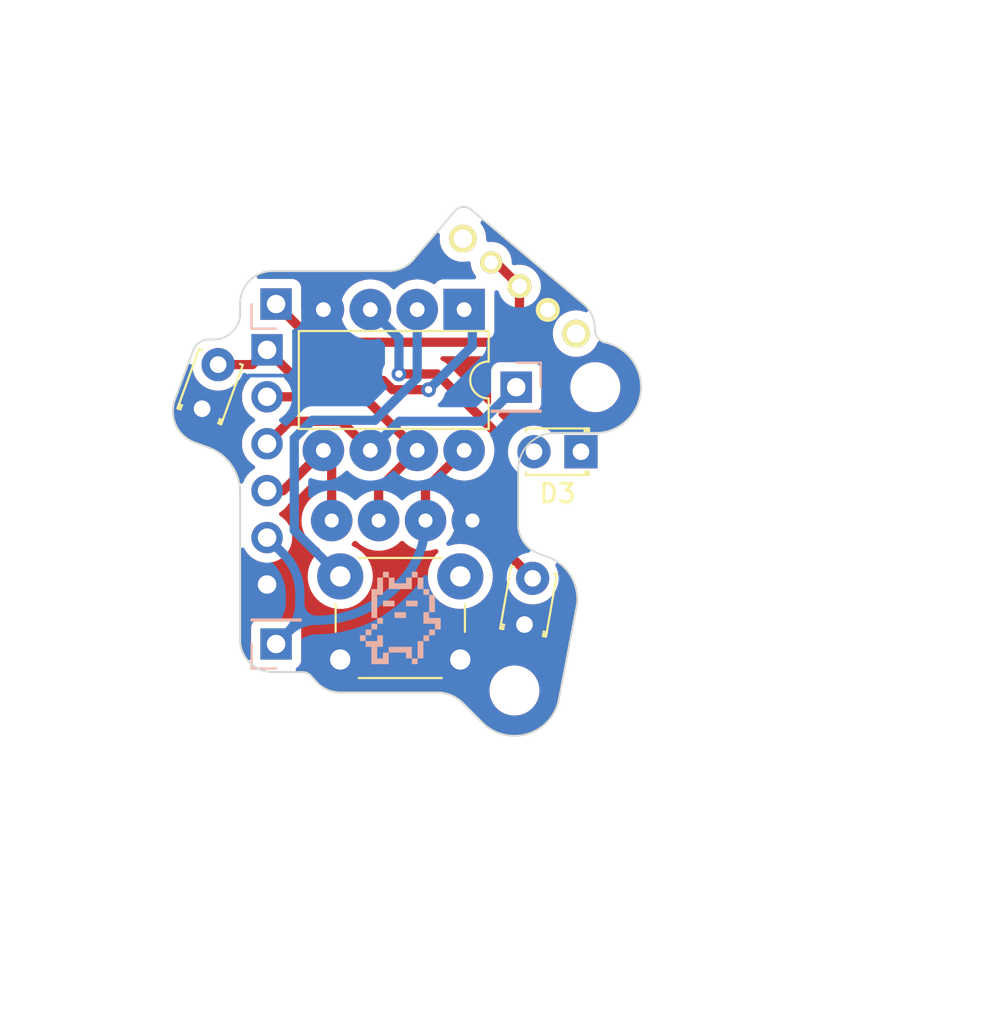
<source format=kicad_pcb>
(kicad_pcb (version 20240108) (generator "pcbnew") (generator_version "8.0")
  (layers (0 "F.Cu" signal) (31 "B.Cu" signal) (34 "B.Paste" user) (35 "F.Paste" user) (36 "B.SilkS" user "B.Silkscreen") (37 "F.SilkS" user "F.Silkscreen") (38 "B.Mask" user) (39 "F.Mask" user) (44 "Edge.Cuts" user))
  (net 0 "")
  (net 1 "GND")
  (net 2 "ISP RESET")
  (net 3 "ISP SCK")
  (net 4 "ISP MISO")
  (net 5 "ISP MOSI")
  (net 6 "BUTTON")
  (net 7 "VCC")
  (net 8 "LED")
  (net 9 "Net-(J3-Pin_1)")
  (footprint "Package_DIP:DIP-8_W7.62mm" (layer "F.Cu") (at 39.175 51.983079 -90)
    (property "Reference" "U1" (hide yes))
    (property "Value" "ATtiny85V-10P")
    (fp_line (start 1.16 8.95) (end 6.46 8.95) (stroke (width 0.12)) (layer "F.SilkS"))
    (fp_line (start 6.46 8.95) (end 6.46 -1.33) (stroke (width 0.12)) (layer "F.SilkS"))
    (fp_line (start 1.16 -1.33) (end 1.16 8.95) (stroke (width 0.12)) (layer "F.SilkS"))
    (fp_line (start 2.81 -1.33) (end 1.16 -1.33) (stroke (width 0.12)) (layer "F.SilkS"))
    (fp_line (start 6.46 -1.33) (end 4.81 -1.33) (stroke (width 0.12)) (layer "F.SilkS"))
    (fp_arc (start 4.81 -1.33) (mid 3.81 -0.33) (end 2.81 -1.33) (stroke (width 0.12)) (layer "F.SilkS"))
    (pad "1" thru_hole rect (at 0 0 270) (size 2.25 2.25) (drill 0.8) (layers "*.Cu" "*.Mask") (net 2 "ISP RESET"))
    (pad "2" thru_hole circle (at 0 2.54 270) (size 2.25 2.25) (drill 0.8) (layers "*.Cu" "*.Mask") (net 6 "BUTTON"))
    (pad "3" thru_hole circle (at 0 5.08 270) (size 2.25 2.25) (drill 0.8) (layers "*.Cu" "*.Mask") (net 8 "LED"))
    (pad "4" thru_hole circle (at 0 7.62 270) (size 2.25 2.25) (drill 0.8) (layers "*.Cu" "*.Mask") (net 1 "GND"))
    (pad "5" thru_hole circle (at 7.62 7.62 270) (size 2.25 2.25) (drill 0.8) (layers "*.Cu" "*.Mask") (net 5 "ISP MOSI"))
    (pad "6" thru_hole circle (at 7.62 5.08 270) (size 2.25 2.25) (drill 0.8) (layers "*.Cu" "*.Mask") (net 4 "ISP MISO"))
    (pad "7" thru_hole circle (at 7.62 2.54 270) (size 2.25 2.25) (drill 0.8) (layers "*.Cu" "*.Mask") (net 3 "ISP SCK"))
    (pad "8" thru_hole circle (at 7.62 0 270) (size 2.25 2.25) (drill 0.8) (layers "*.Cu" "*.Mask") (net 7 "VCC"))
  )
  (footprint "MountingHole:MountingHole_2.2mm_M2" (layer "F.Cu") (at 41.9 72.6)
    (property "Reference" "H2" (hide yes))
    (property "Value" "MountingHole" (hide yes))
    (pad "" np_thru_hole circle (at 0 0) (size 2.2 2.2) (drill 2.2) (layers "*.Cu" "*.Mask"))
  )
  (footprint "MountingHole:MountingHole_2.2mm_M2" (layer "F.Cu") (at 46.277036 56.183079)
    (property "Reference" "H1" (hide yes))
    (property "Value" "MountingHole" (hide yes))
    (pad "" np_thru_hole circle (at 0 0) (size 2.2 2.2) (drill 2.2) (layers "*.Cu" "*.Mask"))
  )
  (footprint "1825232-1:18252321" (layer "F.Cu") (at 43.704199 51.996982 140)
    (property "Reference" "SW2")
    (property "Value" "SW_Push" (hide yes))
    (pad "1" thru_hole circle (at 0 0 230) (size 1.3 1.3) (drill 0.8) (layers "*.Cu" "*.Mask" "F.SilkS") (net 1 "GND"))
    (pad "2" thru_hole circle (at 2 0 230) (size 1.3 1.3) (drill 0.8) (layers "*.Cu" "*.Mask" "F.SilkS") (net 9 "Net-(J3-Pin_1)"))
    (pad "2" thru_hole circle (at 4 0 230) (size 1.2 1.2) (drill 0.75) (layers "*.Cu" "*.Mask" "F.SilkS") (net 9 "Net-(J3-Pin_1)"))
    (pad "MH1" thru_hole circle (at -2 0 230) (size 1.5 1.5) (drill 1) (layers "*.Cu" "*.Mask" "F.SilkS"))
    (pad "MH2" thru_hole circle (at 6 0 230) (size 1.5 1.5) (drill 1) (layers "*.Cu" "*.Mask" "F.SilkS"))
  )
  (footprint "Button_Switch_THT:SW_PUSH_6mm" (layer "F.Cu") (at 38.968713 70.923675 180)
    (property "Reference" "SW1" (hide yes))
    (property "Value" "Main Button")
    (fp_line (start 6.75 3) (end 6.75 1.5) (stroke (width 0.12)) (layer "F.SilkS"))
    (fp_line (start 5.5 -1) (end 1 -1) (stroke (width 0.12)) (layer "F.SilkS"))
    (fp_line (start 1 5.5) (end 5.5 5.5) (stroke (width 0.12)) (layer "F.SilkS"))
    (fp_line (start -0.25 1.5) (end -0.25 3) (stroke (width 0.12)) (layer "F.SilkS"))
    (pad "1" thru_hole circle (at 0 0 270) (size 2.5 2.5) (drill 1.1) (layers "*.Cu" "*.Mask") (net 1 "GND"))
    (pad "1" thru_hole circle (at 6.5 0 270) (size 2.5 2.5) (drill 1.1) (layers "*.Cu" "*.Mask") (net 1 "GND"))
    (pad "2" thru_hole circle (at 0 4.5 270) (size 2.5 2.5) (drill 1.1) (layers "*.Cu" "*.Mask") (net 6 "BUTTON"))
    (pad "2" thru_hole circle (at 6.5 4.5 270) (size 2.5 2.5) (drill 1.1) (layers "*.Cu" "*.Mask") (net 6 "BUTTON"))
  )
  (footprint "LED_THT:LED_D1.8mm_W3.3mm_H2.4mm" (layer "F.Cu") (at 24.988925 57.348109 70)
    (property "Reference" "D2" (hide yes))
    (property "Value" "LED")
    (fp_line (start -0.439999 -1.26) (end -0.44 -1.079999) (stroke (width 0.12)) (layer "F.SilkS"))
    (fp_line (start -0.439999 -1.26) (end 2.98 -1.26) (stroke (width 0.12)) (layer "F.SilkS"))
    (fp_line (start -0.320001 -1.26) (end -0.32 -1.08) (stroke (width 0.12)) (layer "F.SilkS"))
    (fp_line (start -0.2 -1.259999) (end -0.2 -1.08) (stroke (width 0.12)) (layer "F.SilkS"))
    (fp_line (start 2.98 -1.26) (end 2.98 -1.095) (stroke (width 0.12)) (layer "F.SilkS"))
    (fp_line (start -0.439999 1.080001) (end -0.44 1.26) (stroke (width 0.12)) (layer "F.SilkS"))
    (fp_line (start -0.319999 1.08) (end -0.32 1.26) (stroke (width 0.12)) (layer "F.SilkS"))
    (fp_line (start -0.200001 1.08) (end -0.2 1.26) (stroke (width 0.12)) (layer "F.SilkS"))
    (fp_line (start -0.44 1.26) (end 2.98 1.26) (stroke (width 0.12)) (layer "F.SilkS"))
    (fp_line (start 2.98 1.095) (end 2.98 1.26) (stroke (width 0.12)) (layer "F.SilkS"))
    (pad "1" thru_hole rect (at 0 0 70) (size 1.8 1.8) (drill 0.9) (layers "*.Cu" "*.Mask") (net 1 "GND"))
    (pad "2" thru_hole circle (at 2.54 0.000001 70) (size 1.8 1.8) (drill 0.9) (layers "*.Cu" "*.Mask") (net 2 "ISP RESET"))
  )
  (footprint "Stepchild:Tiny OLED module" (layer "F.Cu") (at 35.815 63.4 180)
    (property "Reference" "U2" (hide yes))
    (property "Value" "OLED" (hide yes))
    (pad "1" thru_hole circle (at -3.81 0 180) (size 2.25 2.25) (drill 0.762) (layers "*.Cu" "*.Mask") (net 1 "GND"))
    (pad "2" thru_hole circle (at -1.27 0 180) (size 2.25 2.25) (drill 0.762) (layers "*.Cu" "*.Mask") (net 7 "VCC"))
    (pad "3" thru_hole circle (at 1.27 0 180) (size 2.25 2.25) (drill 0.762) (layers "*.Cu" "*.Mask") (net 3 "ISP SCK"))
    (pad "4" thru_hole circle (at 3.81 0 180) (size 2.25 2.25) (drill 0.762) (layers "*.Cu" "*.Mask") (net 5 "ISP MOSI"))
  )
  (footprint "LED_THT:LED_D1.8mm_W3.3mm_H2.4mm" (layer "F.Cu") (at 45.5 59.675 180)
    (property "Reference" "D3" (at 1.27 -2.26 180) (layer "F.SilkS"))
    (property "Value" "LED")
    (fp_line (start 2.98 1.095) (end 2.98 1.26) (stroke (width 0.12)) (layer "F.SilkS"))
    (fp_line (start 2.98 -1.26) (end 2.98 -1.095) (stroke (width 0.12)) (layer "F.SilkS"))
    (fp_line (start -0.2 1.08) (end -0.2 1.26) (stroke (width 0.12)) (layer "F.SilkS"))
    (fp_line (start -0.2 -1.26) (end -0.2 -1.08) (stroke (width 0.12)) (layer "F.SilkS"))
    (fp_line (start -0.32 1.08) (end -0.32 1.26) (stroke (width 0.12)) (layer "F.SilkS"))
    (fp_line (start -0.32 -1.26) (end -0.32 -1.08) (stroke (width 0.12)) (layer "F.SilkS"))
    (fp_line (start -0.44 1.26) (end 2.98 1.26) (stroke (width 0.12)) (layer "F.SilkS"))
    (fp_line (start -0.44 1.08) (end -0.44 1.26) (stroke (width 0.12)) (layer "F.SilkS"))
    (fp_line (start -0.44 -1.26) (end 2.98 -1.26) (stroke (width 0.12)) (layer "F.SilkS"))
    (fp_line (start -0.44 -1.26) (end -0.44 -1.08) (stroke (width 0.12)) (layer "F.SilkS"))
    (pad "1" thru_hole rect (at 0 0 180) (size 1.8 1.8) (drill 0.9) (layers "*.Cu" "*.Mask") (net 1 "GND"))
    (pad "2" thru_hole circle (at 2.54 0 180) (size 1.8 1.8) (drill 0.9) (layers "*.Cu" "*.Mask") (net 4 "ISP MISO"))
  )
  (footprint "LED_THT:LED_D1.8mm_W3.3mm_H2.4mm" (layer "F.Cu") (at 42.442843 69.03063 80)
    (property "Reference" "D1" (hide yes))
    (property "Value" "LED")
    (fp_line (start -0.44 -1.260001) (end -0.44 -1.08) (stroke (width 0.12)) (layer "F.SilkS"))
    (fp_line (start -0.44 -1.260001) (end 2.979999 -1.26) (stroke (width 0.12)) (layer "F.SilkS"))
    (fp_line (start -0.319999 -1.26) (end -0.319999 -1.079999) (stroke (width 0.12)) (layer "F.SilkS"))
    (fp_line (start -0.2 -1.260001) (end -0.2 -1.08) (stroke (width 0.12)) (layer "F.SilkS"))
    (fp_line (start 2.979999 -1.26) (end 2.98 -1.095) (stroke (width 0.12)) (layer "F.SilkS"))
    (fp_line (start -0.440001 1.08) (end -0.44 1.26) (stroke (width 0.12)) (layer "F.SilkS"))
    (fp_line (start -0.319999 1.08) (end -0.32 1.26) (stroke (width 0.12)) (layer "F.SilkS"))
    (fp_line (start -0.199999 1.08) (end -0.2 1.26) (stroke (width 0.12)) (layer "F.SilkS"))
    (fp_line (start -0.44 1.26) (end 2.980001 1.260001) (stroke (width 0.12)) (layer "F.SilkS"))
    (fp_line (start 2.98 1.095) (end 2.980001 1.260001) (stroke (width 0.12)) (layer "F.SilkS"))
    (pad "1" thru_hole rect (at 0 0 80) (size 1.8 1.8) (drill 0.9) (layers "*.Cu" "*.Mask") (net 1 "GND"))
    (pad "2" thru_hole circle (at 2.539999 0 80) (size 1.8 1.8) (drill 0.9) (layers "*.Cu" "*.Mask") (net 8 "LED"))
  )
  (footprint "Connector_PinHeader_2.54mm:PinHeader_1x01_P2.54mm_Vertical" (layer "B.Cu") (at 41.99396 56.183079 180)
    (property "Reference" "J6" (hide yes))
    (property "Value" "Conn_01x01_Female")
    (fp_line (start 1.33 -1.27) (end -1.33 -1.27) (stroke (width 0.12)) (layer "B.SilkS"))
    (fp_line (start 1.33 -1.33) (end 1.33 -1.27) (stroke (width 0.12)) (layer "B.SilkS"))
    (fp_line (start 1.33 -1.33) (end -1.33 -1.33) (stroke (width 0.12)) (layer "B.SilkS"))
    (fp_line (start 0 1.33) (end -1.33 1.33) (stroke (width 0.12)) (layer "B.SilkS"))
    (fp_line (start -1.33 1.33) (end -1.33 0) (stroke (width 0.12)) (layer "B.SilkS"))
    (fp_line (start -1.33 -1.33) (end -1.33 -1.27) (stroke (width 0.12)) (layer "B.SilkS"))
    (pad "1" thru_hole rect (at 0 0 180) (size 1.7 1.7) (drill 1) (layers "*.Cu" "*.Mask") (net 4 "ISP MISO"))
  )
  (footprint "LOGO" (layer "B.Cu") (at 35.718713 68.673675 180)
    (property "Reference" "G***" (hide yes))
    (property "Value" "LOGO" (hide yes))
    (fp_poly (pts (xy 1.875461 -0.781442) (xy 1.875461 -0.937731) (xy 1.719173 -0.937731) (xy 1.562884 -0.937731) (xy 1.562884 -0.781442) (xy 1.562884 -0.625154) (xy 1.719173 -0.625154) (xy 1.875461 -0.625154)) (fill solid) (layer "B.SilkS"))
    (fp_poly (pts (xy 1.562884 -0.468865) (xy 1.562884 -0.625154) (xy 1.406596 -0.625154) (xy 1.250307 -0.625154) (xy 1.250307 -0.468865) (xy 1.250307 -0.312577) (xy 1.406596 -0.312577) (xy 1.562884 -0.312577)) (fill solid) (layer "B.SilkS"))
    (fp_poly (pts (xy 0.937731 0.781442) (xy 0.937731 0.625154) (xy 0.625154 0.625154) (xy 0.312577 0.625154) (xy 0.312577 0.781442) (xy 0.312577 0.937731) (xy 0.625154 0.937731) (xy 0.937731 0.937731)) (fill solid) (layer "B.SilkS"))
    (fp_poly (pts (xy 0.312577 0.156289) (xy 0.312577 0) (xy 0 0) (xy -0.312577 0) (xy -0.312577 0.156289) (xy -0.312577 0.312577) (xy 0 0.312577) (xy 0.312577 0.312577)) (fill solid) (layer "B.SilkS"))
    (fp_poly (pts (xy -0.312577 0.781442) (xy -0.312577 0.625154) (xy -0.625154 0.625154) (xy -0.937731 0.625154) (xy -0.937731 0.781442) (xy -0.937731 0.937731) (xy -0.625154 0.937731) (xy -0.312577 0.937731)) (fill solid) (layer "B.SilkS"))
    (fp_poly (pts (xy -1.250308 -1.094019) (xy -1.250308 -1.250307) (xy -1.406596 -1.250307) (xy -1.562885 -1.250307) (xy -1.562885 -1.094019) (xy -1.562885 -0.937731) (xy -1.406596 -0.937731) (xy -1.250308 -0.937731)) (fill solid) (layer "B.SilkS"))
    (fp_poly (pts (xy -1.562885 -0.781442) (xy -1.562885 -0.937731) (xy -1.719173 -0.937731) (xy -1.875462 -0.937731) (xy -1.875462 -0.781442) (xy -1.875462 -0.625154) (xy -1.719173 -0.625154) (xy -1.562885 -0.625154)) (fill solid) (layer "B.SilkS"))
    (fp_poly (pts (xy -1.250308 0) (xy -1.250308 -0.312577) (xy -1.562885 -0.312577) (xy -1.875462 -0.312577) (xy -1.875462 -0.468865) (xy -1.875462 -0.625154) (xy -2.03175 -0.625154) (xy -2.188039 -0.625154) (xy -2.188039 -0.312577) (xy -2.188039 0) (xy -1.875462 0) (xy -1.562885 0) (xy -1.562885 0.156289) (xy -1.562885 0.312577) (xy -1.406596 0.312577) (xy -1.250308 0.312577)) (fill solid) (layer "B.SilkS"))
    (fp_poly (pts (xy 1.250307 1.875462) (xy 1.250307 1.562885) (xy 1.406596 1.562885) (xy 1.562884 1.562885) (xy 1.562884 0.781442) (xy 1.562884 0) (xy 1.406596 0) (xy 1.250307 0) (xy 1.250307 -0.156288) (xy 1.250307 -0.312577) (xy 1.094019 -0.312577) (xy 0.937731 -0.312577) (xy 0.937731 -0.156288) (xy 0.937731 0) (xy 1.094019 0) (xy 1.250307 0) (xy 1.250307 0.625154) (xy 1.250307 1.250308) (xy 1.094019 1.250308) (xy 0.937731 1.250308) (xy 0.937731 1.719173) (xy 0.937731 2.188039) (xy 1.094019 2.188039) (xy 1.250307 2.188039)) (fill solid) (layer "B.SilkS"))
    (fp_poly (pts (xy 0.937731 2.344327) (xy 0.937731 2.188039) (xy 0.781442 2.188039) (xy 0.625154 2.188039) (xy 0.625154 1.875462) (xy 0.625154 1.562885) (xy 0 1.562885) (xy -0.625154 1.562885) (xy -0.625154 1.875462) (xy -0.625154 2.188039) (xy -0.468866 2.188039) (xy -0.312577 2.188039) (xy -0.312577 2.03175) (xy -0.312577 1.875462) (xy 0 1.875462) (xy 0.312577 1.875462) (xy 0.312577 2.03175) (xy 0.312577 2.188039) (xy 0.468865 2.188039) (xy 0.625154 2.188039) (xy 0.625154 2.344327) (xy 0.625154 2.500615) (xy 0.781442 2.500615) (xy 0.937731 2.500615)) (fill solid) (layer "B.SilkS"))
    (fp_poly (pts (xy -0.937731 -1.719173) (xy -0.937731 -2.188038) (xy -0.781442 -2.188038) (xy -0.625154 -2.188038) (xy -0.625154 -1.875461) (xy -0.625154 -1.562884) (xy 0 -1.562884) (xy 0.625154 -1.562884) (xy 0.625154 -1.719173) (xy 0.625154 -1.875461) (xy 0.156288 -1.875461) (xy -0.312577 -1.875461) (xy -0.312577 -2.03175) (xy -0.312577 -2.188038) (xy -0.468866 -2.188038) (xy -0.625154 -2.188038) (xy -0.625154 -2.344327) (xy -0.625154 -2.500615) (xy -0.781442 -2.500615) (xy -0.937731 -2.500615) (xy -0.937731 -2.344327) (xy -0.937731 -2.188038) (xy -1.094019 -2.188038) (xy -1.250308 -2.188038) (xy -1.250308 -1.719173) (xy -1.250308 -1.250307) (xy -1.094019 -1.250307) (xy -0.937731 -1.250307)) (fill solid) (layer "B.SilkS"))
    (fp_poly (pts (xy -0.625154 2.344327) (xy -0.625154 2.188039) (xy -0.781442 2.188039) (xy -0.937731 2.188039) (xy -0.937731 1.875462) (xy -0.937731 1.562885) (xy -1.094019 1.562885) (xy -1.250308 1.562885) (xy -1.250308 1.406596) (xy -1.250308 1.250308) (xy -1.406596 1.250308) (xy -1.562885 1.250308) (xy -1.562885 0.781442) (xy -1.562885 0.312577) (xy -1.719173 0.312577) (xy -1.875462 0.312577) (xy -1.875462 0.781442) (xy -1.875462 1.250308) (xy -1.719173 1.250308) (xy -1.562885 1.250308) (xy -1.562885 1.406596) (xy -1.562885 1.562885) (xy -1.406596 1.562885) (xy -1.250308 1.562885) (xy -1.250308 1.875462) (xy -1.250308 2.188039) (xy -1.094019 2.188039) (xy -0.937731 2.188039) (xy -0.937731 2.344327) (xy -0.937731 2.500615) (xy -0.781442 2.500615) (xy -0.625154 2.500615)) (fill solid) (layer "B.SilkS"))
    (fp_poly (pts (xy 1.250307 -1.094019) (xy 1.250307 -1.250307) (xy 1.562884 -1.250307) (xy 1.875461 -1.250307) (xy 1.875461 -1.094019) (xy 1.875461 -0.937731) (xy 2.03175 -0.937731) (xy 2.188038 -0.937731) (xy 2.188038 -1.094019) (xy 2.188038 -1.250307) (xy 2.03175 -1.250307) (xy 1.875461 -1.250307) (xy 1.875461 -1.406596) (xy 1.875461 -1.562884) (xy 1.719173 -1.562884) (xy 1.562884 -1.562884) (xy 1.562884 -2.03175) (xy 1.562884 -2.500615) (xy 1.094019 -2.500615) (xy 0.625154 -2.500615) (xy 0.625154 -2.188038) (xy 0.625154 -1.875461) (xy 0.781442 -1.875461) (xy 0.937731 -1.875461) (xy 0.937731 -2.03175) (xy 0.937731 -2.188038) (xy 1.094019 -2.188038) (xy 1.250307 -2.188038) (xy 1.250307 -1.875461) (xy 1.250307 -1.562884) (xy 1.094019 -1.562884) (xy 0.937731 -1.562884) (xy 0.937731 -1.250307) (xy 0.937731 -0.937731) (xy 1.094019 -0.937731) (xy 1.250307 -0.937731)) (fill solid) (layer "B.SilkS"))
  )
  (footprint "Connector_PinHeader_2.54mm:PinHeader_1x06_P2.54mm_Vertical" (layer "B.Cu") (at 28.505077 54.163079 180)
    (property "Reference" "J1" (hide yes))
    (property "Value" "Programming port" (hide yes))
    (pad "1" thru_hole rect (at 0 0 180) (size 1.7 1.7) (drill 1) (layers "*.Cu" "*.Mask") (net 2 "ISP RESET"))
    (pad "2" thru_hole oval (at 0 -2.54 180) (size 1.7 1.7) (drill 1) (layers "*.Cu" "*.Mask") (net 3 "ISP SCK"))
    (pad "3" thru_hole oval (at 0 -5.08 180) (size 1.7 1.7) (drill 1) (layers "*.Cu" "*.Mask") (net 4 "ISP MISO"))
    (pad "4" thru_hole oval (at 0 -7.62 180) (size 1.7 1.7) (drill 1) (layers "*.Cu" "*.Mask") (net 5 "ISP MOSI"))
    (pad "5" thru_hole oval (at 0 -10.16 180) (size 1.7 1.7) (drill 1) (layers "*.Cu" "*.Mask") (net 7 "VCC"))
    (pad "6" thru_hole oval (at 0 -12.7 180) (size 1.7 1.7) (drill 1) (layers "*.Cu" "*.Mask") (net 1 "GND"))
  )
  (footprint "Connector_PinHeader_2.54mm:PinHeader_1x01_P2.54mm_Vertical" (layer "B.Cu") (at 28.99396 51.683079)
    (property "Reference" "J3" (hide yes))
    (property "Value" "Conn_01x01_Female" (hide yes))
    (fp_line (start -1.33 1.33) (end -1.33 0) (stroke (width 0.12)) (layer "B.SilkS"))
    (fp_line (start 0 1.33) (end -1.33 1.33) (stroke (width 0.12)) (layer "B.SilkS"))
    (pad "1" thru_hole rect (at 0 0) (size 1.7 1.7) (drill 1) (layers "*.Cu" "*.Mask") (net 9 "Net-(J3-Pin_1)"))
  )
  (footprint "Connector_PinHeader_2.54mm:PinHeader_1x01_P2.54mm_Vertical" (layer "B.Cu") (at 28.99396 70.083079)
    (property "Reference" "J2" (hide yes))
    (property "Value" "Conn_01x01_Female" (hide yes))
    (fp_line (start -1.33 -1.33) (end -1.33 -1.27) (stroke (width 0.12)) (layer "B.SilkS"))
    (fp_line (start -1.33 1.33) (end -1.33 0) (stroke (width 0.12)) (layer "B.SilkS"))
    (fp_line (start 0 1.33) (end -1.33 1.33) (stroke (width 0.12)) (layer "B.SilkS"))
    (fp_line (start 1.33 -1.33) (end -1.33 -1.33) (stroke (width 0.12)) (layer "B.SilkS"))
    (fp_line (start 1.33 -1.33) (end 1.33 -1.27) (stroke (width 0.12)) (layer "B.SilkS"))
    (fp_line (start 1.33 -1.27) (end -1.33 -1.27) (stroke (width 0.12)) (layer "B.SilkS"))
    (pad "1" thru_hole rect (at 0 0) (size 1.7 1.7) (drill 1) (layers "*.Cu" "*.Mask") (net 7 "VCC"))
  )
  (gr_arc (start 30.440008 71.6) (mid 30.684445 71.652052) (end 30.886476 71.799168) (stroke (width 0.1)) (layer "Edge.Cuts"))
  (gr_line (start 25.339186 59.443399) (end 24.595954 59.172885) (stroke (width 0.1)) (layer "Edge.Cuts"))
  (gr_arc (start 42.1 60.657166) (mid 42.685798 59.242974) (end 44.1 58.657166) (stroke (width 0.1)) (layer "Edge.Cuts"))
  (gr_line (start 46.250002 53.01457) (end 46.250001 53.049988) (stroke (width 0.1)) (layer "Edge.Cuts"))
  (gr_line (start 42.1 60.657166) (end 42.1 63.598583) (stroke (width 0.1)) (layer "Edge.Cuts"))
  (gr_arc (start 38.709268 46.611441) (mid 39.11203 46.420049) (end 39.535638 46.559412) (stroke (width 0.1)) (layer "Edge.Cuts"))
  (gr_line (start 27.05 51.65) (end 27.05 52.175) (stroke (width 0.1)) (layer "Edge.Cuts"))
  (gr_arc (start 36.423942 49.286668) (mid 35.825924 49.739303) (end 35.093346 49.9) (stroke (width 0.1)) (layer "Edge.Cuts"))
  (gr_line (start 27.05 69.85) (end 27.049933 61.886578) (stroke (width 0.1)) (layer "Edge.Cuts"))
  (gr_line (start 39.535638 46.559412) (end 45.625535 51.674514) (stroke (width 0.1)) (layer "Edge.Cuts"))
  (gr_arc (start 32.475 72.7) (mid 31.740032 72.538182) (end 31.140985 72.082654) (stroke (width 0.1)) (layer "Edge.Cuts"))
  (gr_arc (start 46.735658 53.751871) (mid 48.74038 56.41339) (end 46.277036 58.657166) (stroke (width 0.1)) (layer "Edge.Cuts"))
  (gr_line (start 40.167711 74.332289) (end 39.121208 73.285786) (stroke (width 0.1)) (layer "Edge.Cuts"))
  (gr_line (start 38.709268 46.611441) (end 36.423942 49.286668) (stroke (width 0.1)) (layer "Edge.Cuts"))
  (gr_line (start 25.625 53.6) (end 25.352255 53.6) (stroke (width 0.1)) (layer "Edge.Cuts"))
  (gr_line (start 24.507887 54.188481) (end 23.522855 56.858401) (stroke (width 0.1)) (layer "Edge.Cuts"))
  (gr_arc (start 27.05 51.65) (mid 27.562563 50.412563) (end 28.8 49.9) (stroke (width 0.1)) (layer "Edge.Cuts"))
  (gr_arc (start 25.339186 59.443399) (mid 26.579708 60.395298) (end 27.049933 61.886578) (stroke (width 0.1)) (layer "Edge.Cuts"))
  (gr_line (start 46.277036 58.657166) (end 44.1 58.657166) (stroke (width 0.1)) (layer "Edge.Cuts"))
  (gr_line (start 35.093346 49.9) (end 28.8 49.9) (stroke (width 0.1)) (layer "Edge.Cuts"))
  (gr_arc (start 27.05 52.175) (mid 26.632627 53.182627) (end 25.625 53.6) (stroke (width 0.1)) (layer "Edge.Cuts"))
  (gr_arc (start 24.595954 59.172885) (mid 23.578575 58.238578) (end 23.522855 56.858401) (stroke (width 0.1)) (layer "Edge.Cuts"))
  (gr_arc (start 37.706995 72.7) (mid 38.472363 72.852239) (end 39.121208 73.285786) (stroke (width 0.1)) (layer "Edge.Cuts"))
  (gr_arc (start 46.735658 53.75187) (mid 46.383249 53.476751) (end 46.250001 53.049988) (stroke (width 0.1)) (layer "Edge.Cuts"))
  (gr_arc (start 44.298057 73.100976) (mid 42.599889 74.947724) (end 40.167711 74.332289) (stroke (width 0.1)) (layer "Edge.Cuts"))
  (gr_line (start 44.298057 73.100976) (end 45.27163 68.000859) (stroke (width 0.1)) (layer "Edge.Cuts"))
  (gr_line (start 43.706101 65.375837) (end 43.21189 65.193614) (stroke (width 0.1)) (layer "Edge.Cuts"))
  (gr_arc (start 45.625535 51.674514) (mid 46.086212 52.275363) (end 46.250002 53.01457) (stroke (width 0.1)) (layer "Edge.Cuts"))
  (gr_arc (start 28.8 71.6) (mid 27.562563 71.087437) (end 27.05 69.85) (stroke (width 0.1)) (layer "Edge.Cuts"))
  (gr_arc (start 24.507887 54.188481) (mid 24.837651 53.761634) (end 25.352255 53.6) (stroke (width 0.1)) (layer "Edge.Cuts"))
  (gr_arc (start 43.706101 65.375837) (mid 44.956084 66.409705) (end 45.27163 68.000859) (stroke (width 0.1)) (layer "Edge.Cuts"))
  (gr_arc (start 43.21189 65.193614) (mid 42.405406 64.570748) (end 42.1 63.598583) (stroke (width 0.1)) (layer "Edge.Cuts"))
  (gr_line (start 31.140985 72.082654) (end 30.886476 71.799168) (stroke (width 0.1)) (layer "Edge.Cuts"))
  (gr_line (start 28.8 71.6) (end 30.440008 71.6) (stroke (width 0.1)) (layer "Edge.Cuts"))
  (gr_line (start 37.706995 72.7) (end 32.475 72.7) (stroke (width 0.1)) (layer "Edge.Cuts"))
  (segment (start 27.536921 55.553079) (end 30.146921 55.553079) (width 0.2) (layer "B.Cu") (net 1))
  (segment (start 30.146921 55.553079) (end 30.15 55.55) (width 0.2) (layer "B.Cu") (net 1))
  (segment (start 25.75 57.34) (end 27.536921 55.553079) (width 0.2) (layer "B.Cu") (net 1))
  (segment (start 28.505077 54.163079) (end 30.162256 55.820258) (width 0.5) (layer "F.Cu") (net 2))
  (segment (start 30.162256 55.820258) (end 34.79736 55.820258) (width 0.5) (layer "F.Cu") (net 2))
  (segment (start 25.857657 54.96129) (end 27.706866 54.96129) (width 0.5) (layer "F.Cu") (net 2))
  (segment (start 27.706866 54.96129) (end 28.505077 54.163079) (width 0.5) (layer "F.Cu") (net 2))
  (segment (start 35.295278 56.318176) (end 37.25 56.318176) (width 0.5) (layer "F.Cu") (net 2))
  (segment (start 34.79736 55.820258) (end 35.295278 56.318176) (width 0.5) (layer "F.Cu") (net 2))
  (via (at 37.25 56.318176) (size 0.8) (drill 0.4) (layers "F.Cu" "B.Cu") (net 2))
  (segment (start 37.25 56.318176) (end 39.620077 53.948099) (width 0.5) (layer "B.Cu") (net 2))
  (segment (start 39.620077 53.948099) (end 39.620077 51.983079) (width 0.5) (layer "B.Cu") (net 2))
  (segment (start 36.635 59.603079) (end 33.735 56.703079) (width 0.5) (layer "F.Cu") (net 3))
  (segment (start 34.545 63.4) (end 34.545 61.693079) (width 0.5) (layer "F.Cu") (net 3))
  (segment (start 33.735 56.703079) (end 28.505077 56.703079) (width 0.5) (layer "F.Cu") (net 3))
  (segment (start 34.545 61.693079) (end 36.635 59.603079) (width 0.5) (layer "F.Cu") (net 3))
  (segment (start 29.720077 58.028079) (end 28.505077 59.243079) (width 0.5) (layer "F.Cu") (net 4))
  (segment (start 34.095 59.603079) (end 32.52 58.028079) (width 0.5) (layer "F.Cu") (net 4))
  (segment (start 32.52 58.028079) (end 29.720077 58.028079) (width 0.5) (layer "F.Cu") (net 4))
  (segment (start 34.095 59.603079) (end 35.67 58.028079) (width 0.5) (layer "B.Cu") (net 4))
  (segment (start 35.67 58.028079) (end 40.14896 58.028079) (width 0.5) (layer "B.Cu") (net 4))
  (segment (start 40.14896 58.028079) (end 41.99396 56.183079) (width 0.5) (layer "B.Cu") (net 4))
  (segment (start 29.375 61.783079) (end 31.555 59.603079) (width 0.5) (layer "F.Cu") (net 5))
  (segment (start 32.005 63.4) (end 32.005 60.053079) (width 0.5) (layer "F.Cu") (net 5))
  (segment (start 28.505077 61.783079) (end 29.375 61.783079) (width 0.5) (layer "F.Cu") (net 5))
  (segment (start 32.468713 66.423675) (end 29.98 63.934962) (width 0.5) (layer "B.Cu") (net 6))
  (segment (start 34.342618 57.975) (end 36.635 55.682618) (width 0.5) (layer "B.Cu") (net 6))
  (segment (start 30.955692 57.975) (end 34.342618 57.975) (width 0.5) (layer "B.Cu") (net 6))
  (segment (start 29.98 58.950692) (end 30.955692 57.975) (width 0.5) (layer "B.Cu") (net 6))
  (segment (start 36.635 55.682618) (end 36.635 51.983079) (width 0.5) (layer "B.Cu") (net 6))
  (segment (start 29.98 63.934962) (end 29.98 58.950692) (width 0.5) (layer "B.Cu") (net 6))
  (segment (start 37.085 61.693079) (end 39.175 59.603079) (width 0.5) (layer "F.Cu") (net 7))
  (segment (start 37.085 63.4) (end 37.085 61.693079) (width 0.5) (layer "F.Cu") (net 7))
  (segment (start 35.660164 66.839834) (end 35.478902 67.021096) (width 0.5) (layer "B.Cu") (net 7))
  (segment (start 29.391058 65.20906) (end 28.505077 64.323079) (width 0.5) (layer "B.Cu") (net 7))
  (segment (start 30.277039 67.892726) (end 30.277039 67.348007) (width 0.5) (layer "B.Cu") (net 7))
  (segment (start 29.635499 69.441539) (end 28.99396 70.083079) (width 0.5) (layer "B.Cu") (net 7))
  (arc (start 35.478902 67.021096) (mid 33.508501 68.337678) (end 31.184312 68.8) (width 0.5) (layer "B.Cu") (net 7))
  (arc (start 30.277039 67.892726) (mid 30.542773 68.534265) (end 31.184312 68.8) (width 0.5) (layer "B.Cu") (net 7))
  (arc (start 29.391058 65.20906) (mid 30.04678 66.190417) (end 30.277039 67.348007) (width 0.5) (layer "B.Cu") (net 7))
  (arc (start 29.635499 69.441539) (mid 30.110308 68.730937) (end 30.277039 67.892726) (width 0.5) (layer "B.Cu") (net 7))
  (arc (start 37.085 63.4) (mid 36.714697 65.261614) (end 35.660164 66.839834) (width 0.5) (layer "B.Cu") (net 7))
  (arc (start 31.184312 68.8) (mid 30.3461 68.96673) (end 29.635499 69.441539) (width 0.5) (layer "B.Cu") (net 7))
  (segment (start 35.64736 55.468176) (end 37.712561 55.468176) (width 0.5) (layer "F.Cu") (net 8))
  (segment (start 41.225 58.980615) (end 41.225 64.87031) (width 0.5) (layer "F.Cu") (net 8))
  (segment (start 37.712561 55.468176) (end 41.225 58.980615) (width 0.5) (layer "F.Cu") (net 8))
  (segment (start 41.225 64.87031) (end 42.883909 66.529219) (width 0.5) (layer "F.Cu") (net 8))
  (via (at 35.64736 55.468176) (size 0.8) (drill 0.4) (layers "F.Cu" "B.Cu") (net 8))
  (segment (start 35.64736 55.468176) (end 35.64736 53.535439) (width 0.5) (layer "B.Cu") (net 8))
  (segment (start 35.64736 53.535439) (end 34.095 51.983079) (width 0.5) (layer "B.Cu") (net 8))
  (segment (start 41.003156 53.75) (end 31.060881 53.75) (width 0.5) (layer "F.Cu") (net 9))
  (segment (start 42.17211 52.581046) (end 41.003156 53.75) (width 0.5) (layer "F.Cu") (net 9))
  (segment (start 31.060881 53.75) (end 28.99396 51.683079) (width 0.5) (layer "F.Cu") (net 9))
  (segment (start 40.886535 49.425832) (end 42.17211 50.711407) (width 0.5) (layer "F.Cu") (net 9))
  (segment (start 42.17211 50.711407) (end 42.17211 52.581046) (width 0.5) (layer "F.Cu") (net 9))
  (zone (net 1) (net_name "GND") (layers "F&B.Cu") (connect_pads yes (clearance 0.508)) (min_thickness 0.254) (fill yes (thermal_gap 0.508) (thermal_bridge_width 0.508))
    (polygon (pts (xy 67.55074 90.65029) (xy 14.046288 83.481869) (xy 15.243089 35.225641) (xy 58.4 40.8)))
  )
)
</source>
